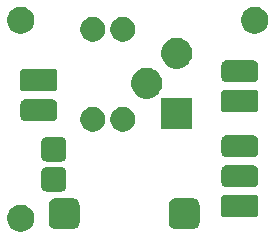
<source format=gbr>
G04 #@! TF.GenerationSoftware,KiCad,Pcbnew,5.1.5+dfsg1-2build2*
G04 #@! TF.CreationDate,2020-11-06T22:36:43+01:00*
G04 #@! TF.ProjectId,lighthouse,6c696768-7468-46f7-9573-652e6b696361,rev?*
G04 #@! TF.SameCoordinates,PX36049d0PY465e678*
G04 #@! TF.FileFunction,Soldermask,Top*
G04 #@! TF.FilePolarity,Negative*
%FSLAX46Y46*%
G04 Gerber Fmt 4.6, Leading zero omitted, Abs format (unit mm)*
G04 Created by KiCad (PCBNEW 5.1.5+dfsg1-2build2) date 2020-11-06 22:36:43*
%MOMM*%
%LPD*%
G04 APERTURE LIST*
%ADD10C,0.100000*%
G04 APERTURE END LIST*
D10*
G36*
X2764549Y-18175116D02*
G01*
X2875734Y-18197232D01*
X3085203Y-18283997D01*
X3273720Y-18409960D01*
X3434040Y-18570280D01*
X3560003Y-18758797D01*
X3560004Y-18758799D01*
X3646768Y-18968267D01*
X3684300Y-19156950D01*
X3691000Y-19190636D01*
X3691000Y-19417364D01*
X3646768Y-19639734D01*
X3560003Y-19849203D01*
X3434040Y-20037720D01*
X3273720Y-20198040D01*
X3085203Y-20324003D01*
X2875734Y-20410768D01*
X2764549Y-20432884D01*
X2653365Y-20455000D01*
X2426635Y-20455000D01*
X2315451Y-20432884D01*
X2204266Y-20410768D01*
X1994797Y-20324003D01*
X1806280Y-20198040D01*
X1645960Y-20037720D01*
X1519997Y-19849203D01*
X1433232Y-19639734D01*
X1389000Y-19417364D01*
X1389000Y-19190636D01*
X1395701Y-19156950D01*
X1433232Y-18968267D01*
X1519996Y-18758799D01*
X1519997Y-18758797D01*
X1645960Y-18570280D01*
X1806280Y-18409960D01*
X1994797Y-18283997D01*
X2204266Y-18197232D01*
X2315451Y-18175116D01*
X2426635Y-18153000D01*
X2653365Y-18153000D01*
X2764549Y-18175116D01*
G37*
G36*
X17210593Y-17633891D02*
G01*
X17320789Y-17667319D01*
X17422338Y-17721598D01*
X17511351Y-17794649D01*
X17584402Y-17883662D01*
X17638681Y-17985211D01*
X17672109Y-18095407D01*
X17684000Y-18216140D01*
X17684000Y-19629860D01*
X17672109Y-19750593D01*
X17638681Y-19860789D01*
X17584402Y-19962338D01*
X17511351Y-20051351D01*
X17422338Y-20124402D01*
X17320789Y-20178681D01*
X17210593Y-20212109D01*
X17089860Y-20224000D01*
X15676140Y-20224000D01*
X15555407Y-20212109D01*
X15445211Y-20178681D01*
X15343662Y-20124402D01*
X15254649Y-20051351D01*
X15181598Y-19962338D01*
X15127319Y-19860789D01*
X15093891Y-19750593D01*
X15082000Y-19629860D01*
X15082000Y-18216140D01*
X15093891Y-18095407D01*
X15127319Y-17985211D01*
X15181598Y-17883662D01*
X15254649Y-17794649D01*
X15343662Y-17721598D01*
X15445211Y-17667319D01*
X15555407Y-17633891D01*
X15676140Y-17622000D01*
X17089860Y-17622000D01*
X17210593Y-17633891D01*
G37*
G36*
X7050593Y-17633891D02*
G01*
X7160789Y-17667319D01*
X7262338Y-17721598D01*
X7351351Y-17794649D01*
X7424402Y-17883662D01*
X7478681Y-17985211D01*
X7512109Y-18095407D01*
X7524000Y-18216140D01*
X7524000Y-19629860D01*
X7512109Y-19750593D01*
X7478681Y-19860789D01*
X7424402Y-19962338D01*
X7351351Y-20051351D01*
X7262338Y-20124402D01*
X7160789Y-20178681D01*
X7050593Y-20212109D01*
X6929860Y-20224000D01*
X5516140Y-20224000D01*
X5395407Y-20212109D01*
X5285211Y-20178681D01*
X5183662Y-20124402D01*
X5094649Y-20051351D01*
X5021598Y-19962338D01*
X4967319Y-19860789D01*
X4933891Y-19750593D01*
X4922000Y-19629860D01*
X4922000Y-18216140D01*
X4933891Y-18095407D01*
X4967319Y-17985211D01*
X5021598Y-17883662D01*
X5094649Y-17794649D01*
X5183662Y-17721598D01*
X5285211Y-17667319D01*
X5395407Y-17633891D01*
X5516140Y-17622000D01*
X6929860Y-17622000D01*
X7050593Y-17633891D01*
G37*
G36*
X22491019Y-17370979D02*
G01*
X22523965Y-17380974D01*
X22554332Y-17397205D01*
X22580950Y-17419050D01*
X22602795Y-17445668D01*
X22619026Y-17476035D01*
X22629021Y-17508981D01*
X22633000Y-17549386D01*
X22633000Y-19026614D01*
X22629021Y-19067019D01*
X22619026Y-19099965D01*
X22602795Y-19130332D01*
X22580950Y-19156950D01*
X22554332Y-19178795D01*
X22523965Y-19195026D01*
X22491019Y-19205021D01*
X22450614Y-19209000D01*
X19713386Y-19209000D01*
X19672981Y-19205021D01*
X19640035Y-19195026D01*
X19609668Y-19178795D01*
X19583050Y-19156950D01*
X19561205Y-19130332D01*
X19544974Y-19099965D01*
X19534979Y-19067019D01*
X19531000Y-19026614D01*
X19531000Y-17549386D01*
X19534979Y-17508981D01*
X19544974Y-17476035D01*
X19561205Y-17445668D01*
X19583050Y-17419050D01*
X19609668Y-17397205D01*
X19640035Y-17380974D01*
X19672981Y-17370979D01*
X19713386Y-17367000D01*
X22450614Y-17367000D01*
X22491019Y-17370979D01*
G37*
G36*
X6012210Y-14960489D02*
G01*
X6098950Y-14986802D01*
X6178889Y-15029530D01*
X6248962Y-15087038D01*
X6306470Y-15157111D01*
X6349198Y-15237050D01*
X6375511Y-15323790D01*
X6385000Y-15420140D01*
X6385000Y-16583860D01*
X6375511Y-16680210D01*
X6349198Y-16766950D01*
X6306470Y-16846889D01*
X6248962Y-16916962D01*
X6178889Y-16974470D01*
X6098950Y-17017198D01*
X6012210Y-17043511D01*
X5915860Y-17053000D01*
X4752140Y-17053000D01*
X4655790Y-17043511D01*
X4569050Y-17017198D01*
X4489111Y-16974470D01*
X4419038Y-16916962D01*
X4361530Y-16846889D01*
X4318802Y-16766950D01*
X4292489Y-16680210D01*
X4283000Y-16583860D01*
X4283000Y-15420140D01*
X4292489Y-15323790D01*
X4318802Y-15237050D01*
X4361530Y-15157111D01*
X4419038Y-15087038D01*
X4489111Y-15029530D01*
X4569050Y-14986802D01*
X4655790Y-14960489D01*
X4752140Y-14951000D01*
X5915860Y-14951000D01*
X6012210Y-14960489D01*
G37*
G36*
X22312529Y-14835240D02*
G01*
X22387072Y-14857853D01*
X22455784Y-14894580D01*
X22516001Y-14943999D01*
X22565420Y-15004216D01*
X22602147Y-15072928D01*
X22624760Y-15147471D01*
X22633000Y-15231140D01*
X22633000Y-16264860D01*
X22624760Y-16348529D01*
X22602147Y-16423072D01*
X22565420Y-16491784D01*
X22516001Y-16552001D01*
X22455784Y-16601420D01*
X22387072Y-16638147D01*
X22312529Y-16660760D01*
X22228860Y-16669000D01*
X19935140Y-16669000D01*
X19851471Y-16660760D01*
X19776928Y-16638147D01*
X19708216Y-16601420D01*
X19647999Y-16552001D01*
X19598580Y-16491784D01*
X19561853Y-16423072D01*
X19539240Y-16348529D01*
X19531000Y-16264860D01*
X19531000Y-15231140D01*
X19539240Y-15147471D01*
X19561853Y-15072928D01*
X19598580Y-15004216D01*
X19647999Y-14943999D01*
X19708216Y-14894580D01*
X19776928Y-14857853D01*
X19851471Y-14835240D01*
X19935140Y-14827000D01*
X22228860Y-14827000D01*
X22312529Y-14835240D01*
G37*
G36*
X6012210Y-12420489D02*
G01*
X6098950Y-12446802D01*
X6178889Y-12489530D01*
X6248962Y-12547038D01*
X6306470Y-12617111D01*
X6349198Y-12697050D01*
X6375511Y-12783790D01*
X6385000Y-12880140D01*
X6385000Y-14043860D01*
X6375511Y-14140210D01*
X6349198Y-14226950D01*
X6306470Y-14306889D01*
X6248962Y-14376962D01*
X6178889Y-14434470D01*
X6098950Y-14477198D01*
X6012210Y-14503511D01*
X5915860Y-14513000D01*
X4752140Y-14513000D01*
X4655790Y-14503511D01*
X4569050Y-14477198D01*
X4489111Y-14434470D01*
X4419038Y-14376962D01*
X4361530Y-14306889D01*
X4318802Y-14226950D01*
X4292489Y-14140210D01*
X4283000Y-14043860D01*
X4283000Y-12880140D01*
X4292489Y-12783790D01*
X4318802Y-12697050D01*
X4361530Y-12617111D01*
X4419038Y-12547038D01*
X4489111Y-12489530D01*
X4569050Y-12446802D01*
X4655790Y-12420489D01*
X4752140Y-12411000D01*
X5915860Y-12411000D01*
X6012210Y-12420489D01*
G37*
G36*
X22312529Y-12295240D02*
G01*
X22387072Y-12317853D01*
X22455784Y-12354580D01*
X22516001Y-12403999D01*
X22565420Y-12464216D01*
X22602147Y-12532928D01*
X22624760Y-12607471D01*
X22633000Y-12691140D01*
X22633000Y-13724860D01*
X22624760Y-13808529D01*
X22602147Y-13883072D01*
X22565420Y-13951784D01*
X22516001Y-14012001D01*
X22455784Y-14061420D01*
X22387072Y-14098147D01*
X22312529Y-14120760D01*
X22228860Y-14129000D01*
X19935140Y-14129000D01*
X19851471Y-14120760D01*
X19776928Y-14098147D01*
X19708216Y-14061420D01*
X19647999Y-14012001D01*
X19598580Y-13951784D01*
X19561853Y-13883072D01*
X19539240Y-13808529D01*
X19531000Y-13724860D01*
X19531000Y-12691140D01*
X19539240Y-12607471D01*
X19561853Y-12532928D01*
X19598580Y-12464216D01*
X19647999Y-12403999D01*
X19708216Y-12354580D01*
X19776928Y-12317853D01*
X19851471Y-12295240D01*
X19935140Y-12287000D01*
X22228860Y-12287000D01*
X22312529Y-12295240D01*
G37*
G36*
X11482564Y-9911389D02*
G01*
X11673833Y-9990615D01*
X11673835Y-9990616D01*
X11845769Y-10105499D01*
X11845973Y-10105635D01*
X11992365Y-10252027D01*
X12107385Y-10424167D01*
X12186611Y-10615436D01*
X12227000Y-10818484D01*
X12227000Y-11025516D01*
X12186611Y-11228564D01*
X12107385Y-11419833D01*
X12107384Y-11419835D01*
X11992365Y-11591973D01*
X11845973Y-11738365D01*
X11673835Y-11853384D01*
X11673834Y-11853385D01*
X11673833Y-11853385D01*
X11482564Y-11932611D01*
X11279516Y-11973000D01*
X11072484Y-11973000D01*
X10869436Y-11932611D01*
X10678167Y-11853385D01*
X10678166Y-11853385D01*
X10678165Y-11853384D01*
X10506027Y-11738365D01*
X10359635Y-11591973D01*
X10244616Y-11419835D01*
X10244615Y-11419833D01*
X10165389Y-11228564D01*
X10125000Y-11025516D01*
X10125000Y-10818484D01*
X10165389Y-10615436D01*
X10244615Y-10424167D01*
X10359635Y-10252027D01*
X10506027Y-10105635D01*
X10506231Y-10105499D01*
X10678165Y-9990616D01*
X10678167Y-9990615D01*
X10869436Y-9911389D01*
X11072484Y-9871000D01*
X11279516Y-9871000D01*
X11482564Y-9911389D01*
G37*
G36*
X8942564Y-9911389D02*
G01*
X9133833Y-9990615D01*
X9133835Y-9990616D01*
X9305769Y-10105499D01*
X9305973Y-10105635D01*
X9452365Y-10252027D01*
X9567385Y-10424167D01*
X9646611Y-10615436D01*
X9687000Y-10818484D01*
X9687000Y-11025516D01*
X9646611Y-11228564D01*
X9567385Y-11419833D01*
X9567384Y-11419835D01*
X9452365Y-11591973D01*
X9305973Y-11738365D01*
X9133835Y-11853384D01*
X9133834Y-11853385D01*
X9133833Y-11853385D01*
X8942564Y-11932611D01*
X8739516Y-11973000D01*
X8532484Y-11973000D01*
X8329436Y-11932611D01*
X8138167Y-11853385D01*
X8138166Y-11853385D01*
X8138165Y-11853384D01*
X7966027Y-11738365D01*
X7819635Y-11591973D01*
X7704616Y-11419835D01*
X7704615Y-11419833D01*
X7625389Y-11228564D01*
X7585000Y-11025516D01*
X7585000Y-10818484D01*
X7625389Y-10615436D01*
X7704615Y-10424167D01*
X7819635Y-10252027D01*
X7966027Y-10105635D01*
X7966231Y-10105499D01*
X8138165Y-9990616D01*
X8138167Y-9990615D01*
X8329436Y-9911389D01*
X8532484Y-9871000D01*
X8739516Y-9871000D01*
X8942564Y-9911389D01*
G37*
G36*
X17049000Y-11715000D02*
G01*
X14447000Y-11715000D01*
X14447000Y-9113000D01*
X17049000Y-9113000D01*
X17049000Y-11715000D01*
G37*
G36*
X5294529Y-9247240D02*
G01*
X5369072Y-9269853D01*
X5437784Y-9306580D01*
X5498001Y-9355999D01*
X5547420Y-9416216D01*
X5584147Y-9484928D01*
X5606760Y-9559471D01*
X5615000Y-9643140D01*
X5615000Y-10676860D01*
X5606760Y-10760529D01*
X5584147Y-10835072D01*
X5547420Y-10903784D01*
X5498001Y-10964001D01*
X5437784Y-11013420D01*
X5369072Y-11050147D01*
X5294529Y-11072760D01*
X5210860Y-11081000D01*
X2917140Y-11081000D01*
X2833471Y-11072760D01*
X2758928Y-11050147D01*
X2690216Y-11013420D01*
X2629999Y-10964001D01*
X2580580Y-10903784D01*
X2543853Y-10835072D01*
X2521240Y-10760529D01*
X2513000Y-10676860D01*
X2513000Y-9643140D01*
X2521240Y-9559471D01*
X2543853Y-9484928D01*
X2580580Y-9416216D01*
X2629999Y-9355999D01*
X2690216Y-9306580D01*
X2758928Y-9269853D01*
X2833471Y-9247240D01*
X2917140Y-9239000D01*
X5210860Y-9239000D01*
X5294529Y-9247240D01*
G37*
G36*
X22491019Y-8480979D02*
G01*
X22523965Y-8490974D01*
X22554332Y-8507205D01*
X22580950Y-8529050D01*
X22602795Y-8555668D01*
X22619026Y-8586035D01*
X22629021Y-8618981D01*
X22633000Y-8659386D01*
X22633000Y-10136614D01*
X22629021Y-10177019D01*
X22619026Y-10209965D01*
X22602795Y-10240332D01*
X22580950Y-10266950D01*
X22554332Y-10288795D01*
X22523965Y-10305026D01*
X22491019Y-10315021D01*
X22450614Y-10319000D01*
X19713386Y-10319000D01*
X19672981Y-10315021D01*
X19640035Y-10305026D01*
X19609668Y-10288795D01*
X19583050Y-10266950D01*
X19561205Y-10240332D01*
X19544974Y-10209965D01*
X19534979Y-10177019D01*
X19531000Y-10136614D01*
X19531000Y-8659386D01*
X19534979Y-8618981D01*
X19544974Y-8586035D01*
X19561205Y-8555668D01*
X19583050Y-8529050D01*
X19609668Y-8507205D01*
X19640035Y-8490974D01*
X19672981Y-8480979D01*
X19713386Y-8477000D01*
X22450614Y-8477000D01*
X22491019Y-8480979D01*
G37*
G36*
X13587487Y-6622996D02*
G01*
X13824253Y-6721068D01*
X13824255Y-6721069D01*
X13907496Y-6776689D01*
X14037339Y-6863447D01*
X14218553Y-7044661D01*
X14360932Y-7257747D01*
X14459004Y-7494513D01*
X14509000Y-7745861D01*
X14509000Y-8002139D01*
X14459004Y-8253487D01*
X14364773Y-8480979D01*
X14360931Y-8490255D01*
X14218553Y-8703339D01*
X14037339Y-8884553D01*
X13824255Y-9026931D01*
X13824254Y-9026932D01*
X13824253Y-9026932D01*
X13587487Y-9125004D01*
X13336139Y-9175000D01*
X13079861Y-9175000D01*
X12828513Y-9125004D01*
X12591747Y-9026932D01*
X12591746Y-9026932D01*
X12591745Y-9026931D01*
X12378661Y-8884553D01*
X12197447Y-8703339D01*
X12055069Y-8490255D01*
X12051227Y-8480979D01*
X11956996Y-8253487D01*
X11907000Y-8002139D01*
X11907000Y-7745861D01*
X11956996Y-7494513D01*
X12055068Y-7257747D01*
X12197447Y-7044661D01*
X12378661Y-6863447D01*
X12508504Y-6776689D01*
X12591745Y-6721069D01*
X12591747Y-6721068D01*
X12828513Y-6622996D01*
X13079861Y-6573000D01*
X13336139Y-6573000D01*
X13587487Y-6622996D01*
G37*
G36*
X5473019Y-6702979D02*
G01*
X5505965Y-6712974D01*
X5536332Y-6729205D01*
X5562950Y-6751050D01*
X5584795Y-6777668D01*
X5601026Y-6808035D01*
X5611021Y-6840981D01*
X5615000Y-6881386D01*
X5615000Y-8358614D01*
X5611021Y-8399019D01*
X5601026Y-8431965D01*
X5584795Y-8462332D01*
X5562950Y-8488950D01*
X5536332Y-8510795D01*
X5505965Y-8527026D01*
X5473019Y-8537021D01*
X5432614Y-8541000D01*
X2695386Y-8541000D01*
X2654981Y-8537021D01*
X2622035Y-8527026D01*
X2591668Y-8510795D01*
X2565050Y-8488950D01*
X2543205Y-8462332D01*
X2526974Y-8431965D01*
X2516979Y-8399019D01*
X2513000Y-8358614D01*
X2513000Y-6881386D01*
X2516979Y-6840981D01*
X2526974Y-6808035D01*
X2543205Y-6777668D01*
X2565050Y-6751050D01*
X2591668Y-6729205D01*
X2622035Y-6712974D01*
X2654981Y-6702979D01*
X2695386Y-6699000D01*
X5432614Y-6699000D01*
X5473019Y-6702979D01*
G37*
G36*
X22312529Y-5945240D02*
G01*
X22387072Y-5967853D01*
X22455784Y-6004580D01*
X22516001Y-6053999D01*
X22565420Y-6114216D01*
X22602147Y-6182928D01*
X22624760Y-6257471D01*
X22633000Y-6341140D01*
X22633000Y-7374860D01*
X22624760Y-7458529D01*
X22602147Y-7533072D01*
X22565420Y-7601784D01*
X22516001Y-7662001D01*
X22455784Y-7711420D01*
X22387072Y-7748147D01*
X22312529Y-7770760D01*
X22228860Y-7779000D01*
X19935140Y-7779000D01*
X19851471Y-7770760D01*
X19776928Y-7748147D01*
X19708216Y-7711420D01*
X19647999Y-7662001D01*
X19598580Y-7601784D01*
X19561853Y-7533072D01*
X19539240Y-7458529D01*
X19531000Y-7374860D01*
X19531000Y-6341140D01*
X19539240Y-6257471D01*
X19561853Y-6182928D01*
X19598580Y-6114216D01*
X19647999Y-6053999D01*
X19708216Y-6004580D01*
X19776928Y-5967853D01*
X19851471Y-5945240D01*
X19935140Y-5937000D01*
X22228860Y-5937000D01*
X22312529Y-5945240D01*
G37*
G36*
X16127487Y-4082996D02*
G01*
X16364253Y-4181068D01*
X16364255Y-4181069D01*
X16561120Y-4312610D01*
X16577339Y-4323447D01*
X16758553Y-4504661D01*
X16900932Y-4717747D01*
X16999004Y-4954513D01*
X17049000Y-5205861D01*
X17049000Y-5462139D01*
X16999004Y-5713487D01*
X16900932Y-5950253D01*
X16900931Y-5950255D01*
X16758553Y-6163339D01*
X16577339Y-6344553D01*
X16364255Y-6486931D01*
X16364254Y-6486932D01*
X16364253Y-6486932D01*
X16127487Y-6585004D01*
X15876139Y-6635000D01*
X15619861Y-6635000D01*
X15368513Y-6585004D01*
X15131747Y-6486932D01*
X15131746Y-6486932D01*
X15131745Y-6486931D01*
X14918661Y-6344553D01*
X14737447Y-6163339D01*
X14595069Y-5950255D01*
X14595068Y-5950253D01*
X14496996Y-5713487D01*
X14447000Y-5462139D01*
X14447000Y-5205861D01*
X14496996Y-4954513D01*
X14595068Y-4717747D01*
X14737447Y-4504661D01*
X14918661Y-4323447D01*
X14934880Y-4312610D01*
X15131745Y-4181069D01*
X15131747Y-4181068D01*
X15368513Y-4082996D01*
X15619861Y-4033000D01*
X15876139Y-4033000D01*
X16127487Y-4082996D01*
G37*
G36*
X11482564Y-2291389D02*
G01*
X11673833Y-2370615D01*
X11673835Y-2370616D01*
X11757673Y-2426635D01*
X11845973Y-2485635D01*
X11992365Y-2632027D01*
X12107385Y-2804167D01*
X12186611Y-2995436D01*
X12227000Y-3198484D01*
X12227000Y-3405516D01*
X12186611Y-3608564D01*
X12170786Y-3646768D01*
X12107384Y-3799835D01*
X11992365Y-3971973D01*
X11845973Y-4118365D01*
X11673835Y-4233384D01*
X11673834Y-4233385D01*
X11673833Y-4233385D01*
X11482564Y-4312611D01*
X11279516Y-4353000D01*
X11072484Y-4353000D01*
X10869436Y-4312611D01*
X10678167Y-4233385D01*
X10678166Y-4233385D01*
X10678165Y-4233384D01*
X10506027Y-4118365D01*
X10359635Y-3971973D01*
X10244616Y-3799835D01*
X10181214Y-3646768D01*
X10165389Y-3608564D01*
X10125000Y-3405516D01*
X10125000Y-3198484D01*
X10165389Y-2995436D01*
X10244615Y-2804167D01*
X10359635Y-2632027D01*
X10506027Y-2485635D01*
X10594327Y-2426635D01*
X10678165Y-2370616D01*
X10678167Y-2370615D01*
X10869436Y-2291389D01*
X11072484Y-2251000D01*
X11279516Y-2251000D01*
X11482564Y-2291389D01*
G37*
G36*
X8942564Y-2291389D02*
G01*
X9133833Y-2370615D01*
X9133835Y-2370616D01*
X9217673Y-2426635D01*
X9305973Y-2485635D01*
X9452365Y-2632027D01*
X9567385Y-2804167D01*
X9646611Y-2995436D01*
X9687000Y-3198484D01*
X9687000Y-3405516D01*
X9646611Y-3608564D01*
X9630786Y-3646768D01*
X9567384Y-3799835D01*
X9452365Y-3971973D01*
X9305973Y-4118365D01*
X9133835Y-4233384D01*
X9133834Y-4233385D01*
X9133833Y-4233385D01*
X8942564Y-4312611D01*
X8739516Y-4353000D01*
X8532484Y-4353000D01*
X8329436Y-4312611D01*
X8138167Y-4233385D01*
X8138166Y-4233385D01*
X8138165Y-4233384D01*
X7966027Y-4118365D01*
X7819635Y-3971973D01*
X7704616Y-3799835D01*
X7641214Y-3646768D01*
X7625389Y-3608564D01*
X7585000Y-3405516D01*
X7585000Y-3198484D01*
X7625389Y-2995436D01*
X7704615Y-2804167D01*
X7819635Y-2632027D01*
X7966027Y-2485635D01*
X8054327Y-2426635D01*
X8138165Y-2370616D01*
X8138167Y-2370615D01*
X8329436Y-2291389D01*
X8532484Y-2251000D01*
X8739516Y-2251000D01*
X8942564Y-2291389D01*
G37*
G36*
X2764549Y-1411116D02*
G01*
X2875734Y-1433232D01*
X3085203Y-1519997D01*
X3273720Y-1645960D01*
X3434040Y-1806280D01*
X3560003Y-1994797D01*
X3646768Y-2204266D01*
X3691000Y-2426636D01*
X3691000Y-2653364D01*
X3646768Y-2875734D01*
X3560003Y-3085203D01*
X3434040Y-3273720D01*
X3273720Y-3434040D01*
X3085203Y-3560003D01*
X2875734Y-3646768D01*
X2764549Y-3668884D01*
X2653365Y-3691000D01*
X2426635Y-3691000D01*
X2315451Y-3668884D01*
X2204266Y-3646768D01*
X1994797Y-3560003D01*
X1806280Y-3434040D01*
X1645960Y-3273720D01*
X1519997Y-3085203D01*
X1433232Y-2875734D01*
X1389000Y-2653364D01*
X1389000Y-2426636D01*
X1433232Y-2204266D01*
X1519997Y-1994797D01*
X1645960Y-1806280D01*
X1806280Y-1645960D01*
X1994797Y-1519997D01*
X2204266Y-1433232D01*
X2315451Y-1411116D01*
X2426635Y-1389000D01*
X2653365Y-1389000D01*
X2764549Y-1411116D01*
G37*
G36*
X22576549Y-1411116D02*
G01*
X22687734Y-1433232D01*
X22897203Y-1519997D01*
X23085720Y-1645960D01*
X23246040Y-1806280D01*
X23372003Y-1994797D01*
X23458768Y-2204266D01*
X23503000Y-2426636D01*
X23503000Y-2653364D01*
X23458768Y-2875734D01*
X23372003Y-3085203D01*
X23246040Y-3273720D01*
X23085720Y-3434040D01*
X22897203Y-3560003D01*
X22687734Y-3646768D01*
X22576549Y-3668884D01*
X22465365Y-3691000D01*
X22238635Y-3691000D01*
X22127451Y-3668884D01*
X22016266Y-3646768D01*
X21806797Y-3560003D01*
X21618280Y-3434040D01*
X21457960Y-3273720D01*
X21331997Y-3085203D01*
X21245232Y-2875734D01*
X21201000Y-2653364D01*
X21201000Y-2426636D01*
X21245232Y-2204266D01*
X21331997Y-1994797D01*
X21457960Y-1806280D01*
X21618280Y-1645960D01*
X21806797Y-1519997D01*
X22016266Y-1433232D01*
X22127451Y-1411116D01*
X22238635Y-1389000D01*
X22465365Y-1389000D01*
X22576549Y-1411116D01*
G37*
M02*

</source>
